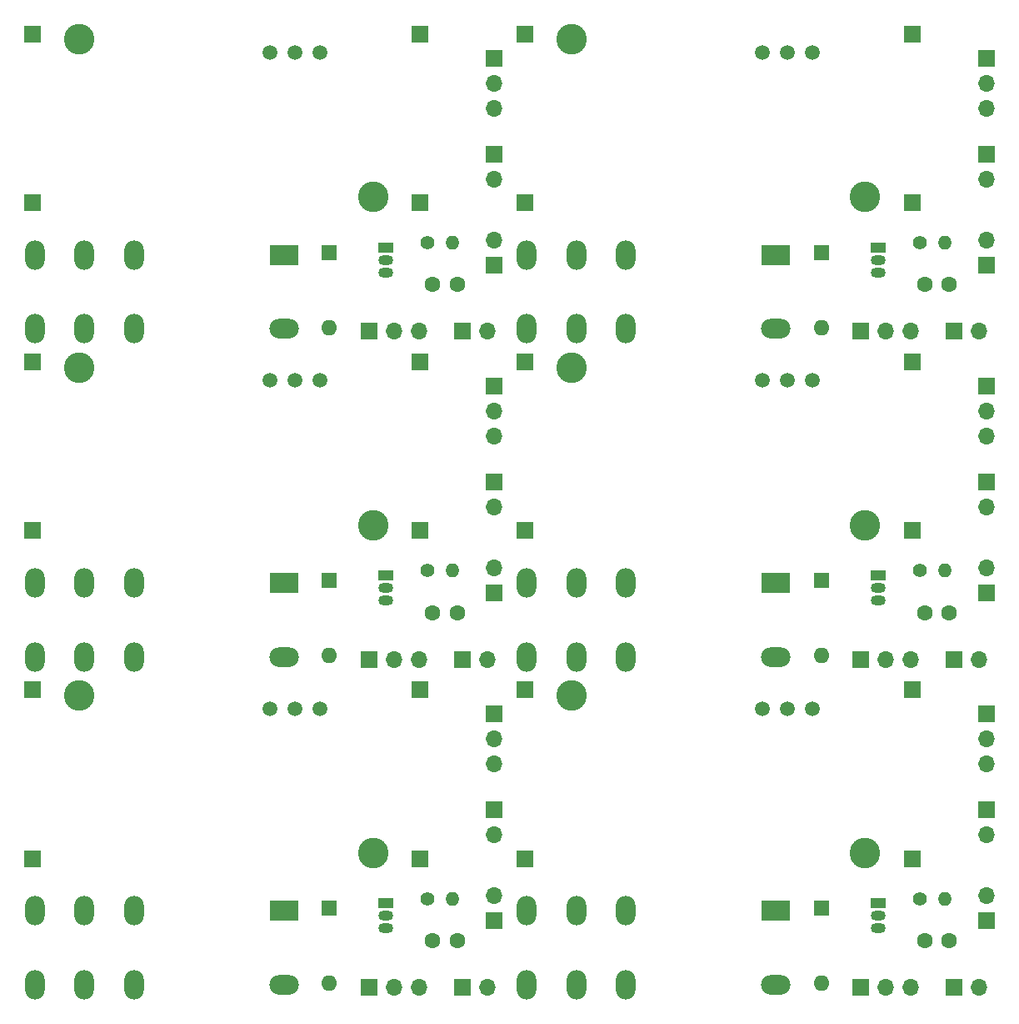
<source format=gbr>
%TF.GenerationSoftware,KiCad,Pcbnew,(6.0.1)*%
%TF.CreationDate,2022-02-17T17:48:38+01:00*%
%TF.ProjectId,365modPanel,3336356d-6f64-4506-916e-656c2e6b6963,rev?*%
%TF.SameCoordinates,Original*%
%TF.FileFunction,Soldermask,Bot*%
%TF.FilePolarity,Negative*%
%FSLAX46Y46*%
G04 Gerber Fmt 4.6, Leading zero omitted, Abs format (unit mm)*
G04 Created by KiCad (PCBNEW (6.0.1)) date 2022-02-17 17:48:38*
%MOMM*%
%LPD*%
G01*
G04 APERTURE LIST*
%ADD10O,2.000000X3.000000*%
%ADD11R,3.000000X2.000000*%
%ADD12O,3.000000X2.000000*%
%ADD13R,1.700000X1.700000*%
%ADD14O,1.700000X1.700000*%
%ADD15R,1.600000X1.600000*%
%ADD16O,1.600000X1.600000*%
%ADD17C,1.500000*%
%ADD18C,3.100000*%
%ADD19C,1.400000*%
%ADD20O,1.400000X1.400000*%
%ADD21C,1.600000*%
%ADD22R,1.500000X1.050000*%
%ADD23O,1.500000X1.050000*%
G04 APERTURE END LIST*
D10*
%TO.C,K1*%
X76350000Y-86500000D03*
X76350000Y-79000000D03*
X81390000Y-86500000D03*
X81390000Y-79000000D03*
X71310000Y-79000000D03*
X71310000Y-86500000D03*
D11*
X96650000Y-79000000D03*
D12*
X96650000Y-86500000D03*
%TD*%
D13*
%TO.C,J17*%
X164750000Y-120050000D03*
D14*
X167290000Y-120050000D03*
%TD*%
D13*
%TO.C,J7*%
X164750000Y-86750000D03*
D14*
X167290000Y-86750000D03*
%TD*%
D15*
%TO.C,D4*%
X151250000Y-112050000D03*
D16*
X151250000Y-119670000D03*
%TD*%
D13*
%TO.C,J22*%
X114750000Y-153350000D03*
D14*
X117290000Y-153350000D03*
%TD*%
D10*
%TO.C,K5*%
X76350000Y-145600000D03*
X76350000Y-153100000D03*
X81390000Y-145600000D03*
X81390000Y-153100000D03*
X71310000Y-153100000D03*
X71310000Y-145600000D03*
D11*
X96650000Y-145600000D03*
D12*
X96650000Y-153100000D03*
%TD*%
D13*
%TO.C,J4*%
X118000000Y-80000000D03*
D14*
X118000000Y-77460000D03*
%TD*%
D13*
%TO.C,J6*%
X155250000Y-86750000D03*
D14*
X157790000Y-86750000D03*
X160330000Y-86750000D03*
%TD*%
D13*
%TO.C,J15*%
X118000000Y-102050000D03*
D14*
X118000000Y-104590000D03*
%TD*%
D15*
%TO.C,D6*%
X151250000Y-145350000D03*
D16*
X151250000Y-152970000D03*
%TD*%
D17*
%TO.C,U1*%
X97770000Y-58455000D03*
X95230000Y-58455000D03*
D18*
X105710000Y-73125000D03*
D17*
X100310000Y-58455000D03*
D18*
X75845000Y-57115000D03*
D13*
X71100000Y-56550000D03*
X71100000Y-73695000D03*
X110470000Y-73695000D03*
X110470000Y-56550000D03*
%TD*%
%TO.C,J25*%
X118000000Y-135350000D03*
D14*
X118000000Y-137890000D03*
%TD*%
D17*
%TO.C,U4*%
X145230000Y-91755000D03*
X150310000Y-91755000D03*
D18*
X125845000Y-90415000D03*
D17*
X147770000Y-91755000D03*
D18*
X155710000Y-106425000D03*
D13*
X121100000Y-89850000D03*
X121100000Y-106995000D03*
X160470000Y-106995000D03*
X160470000Y-89850000D03*
%TD*%
%TO.C,J23*%
X118000000Y-125600000D03*
D14*
X118000000Y-128140000D03*
X118000000Y-130680000D03*
%TD*%
D19*
%TO.C,R6*%
X161250000Y-144350000D03*
D20*
X163790000Y-144350000D03*
%TD*%
D13*
%TO.C,J30*%
X168000000Y-135350000D03*
D14*
X168000000Y-137890000D03*
%TD*%
D21*
%TO.C,C3*%
X114250000Y-115300000D03*
X111750000Y-115300000D03*
%TD*%
D22*
%TO.C,Q3*%
X107000000Y-111530000D03*
D23*
X107000000Y-112800000D03*
X107000000Y-114070000D03*
%TD*%
D13*
%TO.C,J13*%
X118000000Y-92300000D03*
D14*
X118000000Y-94840000D03*
X118000000Y-97380000D03*
%TD*%
D13*
%TO.C,J14*%
X118000000Y-113300000D03*
D14*
X118000000Y-110760000D03*
%TD*%
D13*
%TO.C,J20*%
X168000000Y-102050000D03*
D14*
X168000000Y-104590000D03*
%TD*%
D13*
%TO.C,J5*%
X118000000Y-68750000D03*
D14*
X118000000Y-71290000D03*
%TD*%
D10*
%TO.C,K4*%
X126350000Y-112300000D03*
X126350000Y-119800000D03*
X131390000Y-119800000D03*
X131390000Y-112300000D03*
X121310000Y-112300000D03*
X121310000Y-119800000D03*
D11*
X146650000Y-112300000D03*
D12*
X146650000Y-119800000D03*
%TD*%
D13*
%TO.C,J26*%
X155250000Y-153350000D03*
D14*
X157790000Y-153350000D03*
X160330000Y-153350000D03*
%TD*%
D15*
%TO.C,D2*%
X151250000Y-78750000D03*
D16*
X151250000Y-86370000D03*
%TD*%
D22*
%TO.C,Q2*%
X157000000Y-78230000D03*
D23*
X157000000Y-79500000D03*
X157000000Y-80770000D03*
%TD*%
D15*
%TO.C,D3*%
X101250000Y-112050000D03*
D16*
X101250000Y-119670000D03*
%TD*%
D13*
%TO.C,J21*%
X105250000Y-153350000D03*
D14*
X107790000Y-153350000D03*
X110330000Y-153350000D03*
%TD*%
D15*
%TO.C,D1*%
X101250000Y-78750000D03*
D16*
X101250000Y-86370000D03*
%TD*%
D19*
%TO.C,R2*%
X161250000Y-77750000D03*
D20*
X163790000Y-77750000D03*
%TD*%
D13*
%TO.C,J11*%
X105250000Y-120050000D03*
D14*
X107790000Y-120050000D03*
X110330000Y-120050000D03*
%TD*%
D13*
%TO.C,J3*%
X118000000Y-59000000D03*
D14*
X118000000Y-61540000D03*
X118000000Y-64080000D03*
%TD*%
D10*
%TO.C,K3*%
X76350000Y-119800000D03*
X76350000Y-112300000D03*
X81390000Y-112300000D03*
X81390000Y-119800000D03*
X71310000Y-112300000D03*
X71310000Y-119800000D03*
D11*
X96650000Y-112300000D03*
D12*
X96650000Y-119800000D03*
%TD*%
D13*
%TO.C,J2*%
X114750000Y-86750000D03*
D14*
X117290000Y-86750000D03*
%TD*%
D19*
%TO.C,R1*%
X111250000Y-77750000D03*
D20*
X113790000Y-77750000D03*
%TD*%
D22*
%TO.C,Q5*%
X107000000Y-144830000D03*
D23*
X107000000Y-146100000D03*
X107000000Y-147370000D03*
%TD*%
D13*
%TO.C,J1*%
X105250000Y-86750000D03*
D14*
X107790000Y-86750000D03*
X110330000Y-86750000D03*
%TD*%
D13*
%TO.C,J8*%
X168000000Y-59000000D03*
D14*
X168000000Y-61540000D03*
X168000000Y-64080000D03*
%TD*%
D13*
%TO.C,J10*%
X168000000Y-68750000D03*
D14*
X168000000Y-71290000D03*
%TD*%
D13*
%TO.C,J9*%
X168000000Y-80000000D03*
D14*
X168000000Y-77460000D03*
%TD*%
D17*
%TO.C,U3*%
X97770000Y-91755000D03*
X95230000Y-91755000D03*
X100310000Y-91755000D03*
D18*
X105710000Y-106425000D03*
X75845000Y-90415000D03*
D13*
X71100000Y-89850000D03*
X71100000Y-106995000D03*
X110470000Y-106995000D03*
X110470000Y-89850000D03*
%TD*%
D21*
%TO.C,C5*%
X114250000Y-148600000D03*
X111750000Y-148600000D03*
%TD*%
D10*
%TO.C,K2*%
X126350000Y-79000000D03*
X126350000Y-86500000D03*
X131390000Y-79000000D03*
X131390000Y-86500000D03*
X121310000Y-86500000D03*
X121310000Y-79000000D03*
D11*
X146650000Y-79000000D03*
D12*
X146650000Y-86500000D03*
%TD*%
D17*
%TO.C,U2*%
X147770000Y-58455000D03*
X150310000Y-58455000D03*
X145230000Y-58455000D03*
D18*
X155710000Y-73125000D03*
X125845000Y-57115000D03*
D13*
X121100000Y-56550000D03*
X121100000Y-73695000D03*
X160470000Y-73695000D03*
X160470000Y-56550000D03*
%TD*%
D22*
%TO.C,Q1*%
X107000000Y-78230000D03*
D23*
X107000000Y-79500000D03*
X107000000Y-80770000D03*
%TD*%
D13*
%TO.C,J18*%
X168000000Y-92300000D03*
D14*
X168000000Y-94840000D03*
X168000000Y-97380000D03*
%TD*%
D22*
%TO.C,Q4*%
X157000000Y-111530000D03*
D23*
X157000000Y-112800000D03*
X157000000Y-114070000D03*
%TD*%
D21*
%TO.C,C6*%
X164250000Y-148600000D03*
X161750000Y-148600000D03*
%TD*%
D17*
%TO.C,U6*%
X145230000Y-125055000D03*
D18*
X155710000Y-139725000D03*
D17*
X150310000Y-125055000D03*
D18*
X125845000Y-123715000D03*
D17*
X147770000Y-125055000D03*
D13*
X121100000Y-123150000D03*
X121100000Y-140295000D03*
X160470000Y-140295000D03*
X160470000Y-123150000D03*
%TD*%
%TO.C,J19*%
X168000000Y-113300000D03*
D14*
X168000000Y-110760000D03*
%TD*%
D13*
%TO.C,J24*%
X118000000Y-146600000D03*
D14*
X118000000Y-144060000D03*
%TD*%
D13*
%TO.C,J27*%
X164750000Y-153350000D03*
D14*
X167290000Y-153350000D03*
%TD*%
D10*
%TO.C,K6*%
X126350000Y-145600000D03*
X126350000Y-153100000D03*
X131390000Y-145600000D03*
X131390000Y-153100000D03*
X121310000Y-145600000D03*
X121310000Y-153100000D03*
D11*
X146650000Y-145600000D03*
D12*
X146650000Y-153100000D03*
%TD*%
D13*
%TO.C,J29*%
X168000000Y-146600000D03*
D14*
X168000000Y-144060000D03*
%TD*%
D21*
%TO.C,C2*%
X164250000Y-82000000D03*
X161750000Y-82000000D03*
%TD*%
D19*
%TO.C,R4*%
X161250000Y-111050000D03*
D20*
X163790000Y-111050000D03*
%TD*%
D21*
%TO.C,C4*%
X164250000Y-115300000D03*
X161750000Y-115300000D03*
%TD*%
D15*
%TO.C,D5*%
X101250000Y-145350000D03*
D16*
X101250000Y-152970000D03*
%TD*%
D19*
%TO.C,R3*%
X111250000Y-111050000D03*
D20*
X113790000Y-111050000D03*
%TD*%
D13*
%TO.C,J28*%
X168000000Y-125600000D03*
D14*
X168000000Y-128140000D03*
X168000000Y-130680000D03*
%TD*%
D21*
%TO.C,C1*%
X114250000Y-82000000D03*
X111750000Y-82000000D03*
%TD*%
D13*
%TO.C,J16*%
X155250000Y-120050000D03*
D14*
X157790000Y-120050000D03*
X160330000Y-120050000D03*
%TD*%
D19*
%TO.C,R5*%
X111250000Y-144350000D03*
D20*
X113790000Y-144350000D03*
%TD*%
D22*
%TO.C,Q6*%
X157000000Y-144830000D03*
D23*
X157000000Y-146100000D03*
X157000000Y-147370000D03*
%TD*%
D18*
%TO.C,U5*%
X75845000Y-123715000D03*
D17*
X95230000Y-125055000D03*
X97770000Y-125055000D03*
D18*
X105710000Y-139725000D03*
D17*
X100310000Y-125055000D03*
D13*
X71100000Y-123150000D03*
X71100000Y-140295000D03*
X110470000Y-140295000D03*
X110470000Y-123150000D03*
%TD*%
%TO.C,J12*%
X114750000Y-120050000D03*
D14*
X117290000Y-120050000D03*
%TD*%
M02*

</source>
